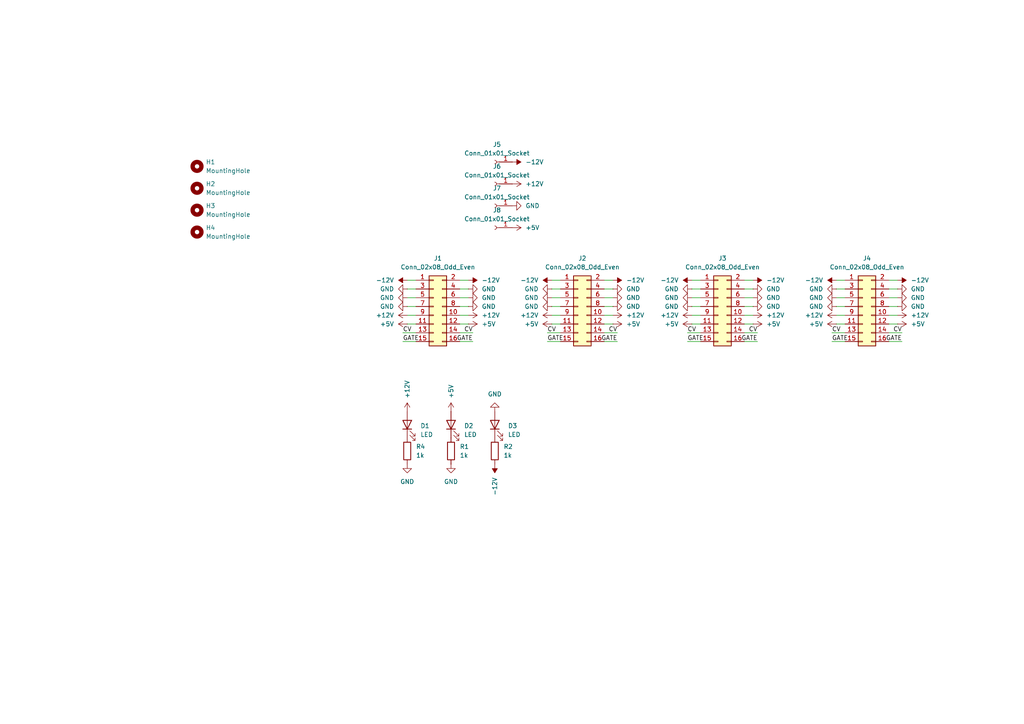
<source format=kicad_sch>
(kicad_sch (version 20250114) (generator "eeschema") (generator_version "9.0")
  (paper "A4")
  (title_block (title "Banana jack bus board"))
  (lib_symbols
    (symbol "Connector:Conn_01x01_Socket" (pin_names (offset 1.016) (hide yes))
      (property "Reference" "J" (at 0 2.54 0))
      (property "Value" "Conn_01x01_Socket" (at 0 -2.54 0))
      (symbol "Conn_01x01_Socket_1_1"
        (polyline (pts (xy -1.27 0) (xy -0.508 0)) (stroke (width 0.1524)))
        (arc (start 0 -0.508) (mid -0.5058 0) (end 0 0.508) (stroke (width 0.1524)))
        (pin passive line (at -5.08 0 0) (length 3.81) (name "Pin_1") (number "1"))
      )
    )
    (symbol "Connector_Generic:Conn_02x08_Odd_Even" (pin_names (offset 1.016) (hide yes))
      (property "Reference" "J" (at 1.27 10.16 0))
      (property "Value" "Conn_02x08_Odd_Even" (at 1.27 -12.7 0))
      (symbol "Conn_02x08_Odd_Even_1_1"
        (rectangle (start -1.27 8.89) (end 3.81 -11.43) (stroke (width 0.254)) (fill (type background)))
        (rectangle (start -1.27 7.747) (end 0 7.493) (stroke (width 0.1524)))
        (rectangle (start -1.27 5.207) (end 0 4.953) (stroke (width 0.1524)))
        (rectangle (start -1.27 2.667) (end 0 2.413) (stroke (width 0.1524)))
        (rectangle (start -1.27 0.127) (end 0 -0.127) (stroke (width 0.1524)))
        (rectangle (start -1.27 -2.413) (end 0 -2.667) (stroke (width 0.1524)))
        (rectangle (start -1.27 -4.953) (end 0 -5.207) (stroke (width 0.1524)))
        (rectangle (start -1.27 -7.493) (end 0 -7.747) (stroke (width 0.1524)))
        (rectangle (start -1.27 -10.033) (end 0 -10.287) (stroke (width 0.1524)))
        (rectangle (start 3.81 7.747) (end 2.54 7.493) (stroke (width 0.1524)))
        (rectangle (start 3.81 5.207) (end 2.54 4.953) (stroke (width 0.1524)))
        (rectangle (start 3.81 2.667) (end 2.54 2.413) (stroke (width 0.1524)))
        (rectangle (start 3.81 0.127) (end 2.54 -0.127) (stroke (width 0.1524)))
        (rectangle (start 3.81 -2.413) (end 2.54 -2.667) (stroke (width 0.1524)))
        (rectangle (start 3.81 -4.953) (end 2.54 -5.207) (stroke (width 0.1524)))
        (rectangle (start 3.81 -7.493) (end 2.54 -7.747) (stroke (width 0.1524)))
        (rectangle (start 3.81 -10.033) (end 2.54 -10.287) (stroke (width 0.1524)))
        (pin passive line (at -5.08 7.62 0) (length 3.81) (name "Pin_1") (number "1"))
        (pin passive line (at -5.08 5.08 0) (length 3.81) (name "Pin_3") (number "3"))
        (pin passive line (at -5.08 2.54 0) (length 3.81) (name "Pin_5") (number "5"))
        (pin passive line (at -5.08 0 0) (length 3.81) (name "Pin_7") (number "7"))
        (pin passive line (at -5.08 -2.54 0) (length 3.81) (name "Pin_9") (number "9"))
        (pin passive line (at -5.08 -5.08 0) (length 3.81) (name "Pin_11") (number "11"))
        (pin passive line (at -5.08 -7.62 0) (length 3.81) (name "Pin_13") (number "13"))
        (pin passive line (at -5.08 -10.16 0) (length 3.81) (name "Pin_15") (number "15"))
        (pin passive line (at 7.62 7.62 180) (length 3.81) (name "Pin_2") (number "2"))
        (pin passive line (at 7.62 5.08 180) (length 3.81) (name "Pin_4") (number "4"))
        (pin passive line (at 7.62 2.54 180) (length 3.81) (name "Pin_6") (number "6"))
        (pin passive line (at 7.62 0 180) (length 3.81) (name "Pin_8") (number "8"))
        (pin passive line (at 7.62 -2.54 180) (length 3.81) (name "Pin_10") (number "10"))
        (pin passive line (at 7.62 -5.08 180) (length 3.81) (name "Pin_12") (number "12"))
        (pin passive line (at 7.62 -7.62 180) (length 3.81) (name "Pin_14") (number "14"))
        (pin passive line (at 7.62 -10.16 180) (length 3.81) (name "Pin_16") (number "16"))
      )
    )
    (symbol "Device:LED" (pin_numbers (hide yes)) (pin_names (offset 1.016) (hide yes))
      (property "Reference" "D" (at 0 2.54 0))
      (property "Value" "LED" (at 0 -2.54 0))
      (symbol "LED_0_1"
        (polyline (pts (xy -3.048 -0.762) (xy -4.572 -2.286) (xy -3.81 -2.286) (xy -4.572 -2.286) (xy -4.572 -1.524)))
        (polyline (pts (xy -1.778 -0.762) (xy -3.302 -2.286) (xy -2.54 -2.286) (xy -3.302 -2.286) (xy -3.302 -1.524)))
        (polyline (pts (xy -1.27 0) (xy 1.27 0)))
        (polyline (pts (xy -1.27 -1.27) (xy -1.27 1.27)) (stroke (width 0.254)))
        (polyline (pts (xy 1.27 -1.27) (xy 1.27 1.27) (xy -1.27 0) (xy 1.27 -1.27)) (stroke (width 0.254)))
      )
      (symbol "LED_1_1"
        (pin passive line (at -3.81 0 0) (length 2.54) (name "K") (number "1"))
        (pin passive line (at 3.81 0 180) (length 2.54) (name "A") (number "2"))
      )
    )
    (symbol "Device:R" (pin_numbers (hide yes)) (pin_names (offset 0))
      (property "Reference" "R" (at 2.032 0 90))
      (property "Value" "R" (at 0 0 90))
      (symbol "R_0_1"
        (rectangle (start -1.016 -2.54) (end 1.016 2.54) (stroke (width 0.254)))
      )
      (symbol "R_1_1"
        (pin passive line (at 0 3.81 270) (length 1.27) (name "~") (number "1"))
        (pin passive line (at 0 -3.81 90) (length 1.27) (name "~") (number "2"))
      )
    )
    (symbol "Mechanical:MountingHole" (pin_names (offset 1.016)) (in_bom no)
      (property "Reference" "H" (at 0 5.08 0))
      (property "Value" "MountingHole" (at 0 3.175 0))
      (symbol "MountingHole_0_1"
        (circle (center 0 0) (radius 1.27) (stroke (width 1.27)))
      )
    )
    (symbol "power:+12V" (power) (pin_numbers (hide yes)) (pin_names (offset 0) (hide yes))
      (property "Value" "+12V" (at 0 3.556 0))
      (symbol "+12V_0_1"
        (polyline (pts (xy -0.762 1.27) (xy 0 2.54)))
        (polyline (pts (xy 0 2.54) (xy 0.762 1.27)))
        (polyline (pts (xy 0 0) (xy 0 2.54)))
      )
      (symbol "+12V_1_1"
        (pin power_in line (at 0 0 90) (length 0) (name "~") (number "1"))
      )
    )
    (symbol "power:+5V" (power) (pin_numbers (hide yes)) (pin_names (offset 0) (hide yes))
      (property "Value" "+5V" (at 0 3.556 0))
      (symbol "+5V_0_1"
        (polyline (pts (xy -0.762 1.27) (xy 0 2.54)))
        (polyline (pts (xy 0 2.54) (xy 0.762 1.27)))
        (polyline (pts (xy 0 0) (xy 0 2.54)))
      )
      (symbol "+5V_1_1"
        (pin power_in line (at 0 0 90) (length 0) (name "~") (number "1"))
      )
    )
    (symbol "power:-12V" (power) (pin_numbers (hide yes)) (pin_names (offset 0) (hide yes))
      (property "Value" "-12V" (at 0 3.556 0))
      (symbol "-12V_0_0"
        (pin power_in line (at 0 0 90) (length 0) (name "~") (number "1"))
      )
      (symbol "-12V_0_1"
        (polyline (pts (xy 0 0) (xy 0 1.27) (xy 0.762 1.27) (xy 0 2.54) (xy -0.762 1.27) (xy 0 1.27)) (fill (type outline)))
      )
    )
    (symbol "power:GND" (power) (pin_numbers (hide yes)) (pin_names (offset 0) (hide yes))
      (property "Value" "GND" (at 0 -3.81 0))
      (symbol "GND_0_1"
        (polyline (pts (xy 0 0) (xy 0 -1.27) (xy 1.27 -1.27) (xy 0 -2.54) (xy -1.27 -1.27) (xy 0 -1.27)))
      )
      (symbol "GND_1_1"
        (pin power_in line (at 0 0 270) (length 0) (name "~") (number "1"))
      )
    )
  )
  (wire (pts (xy 133.35 88.9) (xy 135.89 88.9)))
  (wire (pts (xy 133.35 93.98) (xy 135.89 93.98)))
  (wire (pts (xy 116.84 99.06) (xy 120.65 99.06)))
  (wire (pts (xy 241.3 96.52) (xy 245.11 96.52)))
  (wire (pts (xy 203.2 83.82) (xy 200.66 83.82)))
  (wire (pts (xy 120.65 83.82) (xy 118.11 83.82)))
  (wire (pts (xy 175.26 91.44) (xy 177.8 91.44)))
  (wire (pts (xy 175.26 93.98) (xy 177.8 93.98)))
  (wire (pts (xy 200.66 81.28) (xy 203.2 81.28)))
  (wire (pts (xy 257.81 96.52) (xy 261.62 96.52)))
  (wire (pts (xy 242.57 81.28) (xy 245.11 81.28)))
  (wire (pts (xy 162.56 86.36) (xy 160.02 86.36)))
  (wire (pts (xy 162.56 91.44) (xy 160.02 91.44)))
  (wire (pts (xy 133.35 99.06) (xy 137.16 99.06)))
  (wire (pts (xy 118.11 81.28) (xy 120.65 81.28)))
  (wire (pts (xy 257.81 88.9) (xy 260.35 88.9)))
  (wire (pts (xy 203.2 86.36) (xy 200.66 86.36)))
  (wire (pts (xy 257.81 93.98) (xy 260.35 93.98)))
  (wire (pts (xy 245.11 86.36) (xy 242.57 86.36)))
  (wire (pts (xy 133.35 83.82) (xy 135.89 83.82)))
  (wire (pts (xy 215.9 88.9) (xy 218.44 88.9)))
  (wire (pts (xy 120.65 86.36) (xy 118.11 86.36)))
  (wire (pts (xy 215.9 91.44) (xy 218.44 91.44)))
  (wire (pts (xy 257.81 86.36) (xy 260.35 86.36)))
  (wire (pts (xy 200.66 93.98) (xy 203.2 93.98)))
  (wire (pts (xy 215.9 93.98) (xy 218.44 93.98)))
  (wire (pts (xy 257.81 81.28) (xy 260.35 81.28)))
  (wire (pts (xy 160.02 81.28) (xy 162.56 81.28)))
  (wire (pts (xy 175.26 99.06) (xy 179.07 99.06)))
  (wire (pts (xy 215.9 81.28) (xy 218.44 81.28)))
  (wire (pts (xy 162.56 83.82) (xy 160.02 83.82)))
  (wire (pts (xy 203.2 88.9) (xy 200.66 88.9)))
  (wire (pts (xy 175.26 83.82) (xy 177.8 83.82)))
  (wire (pts (xy 215.9 86.36) (xy 218.44 86.36)))
  (wire (pts (xy 245.11 83.82) (xy 242.57 83.82)))
  (wire (pts (xy 257.81 83.82) (xy 260.35 83.82)))
  (wire (pts (xy 116.84 96.52) (xy 120.65 96.52)))
  (wire (pts (xy 118.11 93.98) (xy 120.65 93.98)))
  (wire (pts (xy 175.26 88.9) (xy 177.8 88.9)))
  (wire (pts (xy 215.9 99.06) (xy 219.71 99.06)))
  (wire (pts (xy 162.56 88.9) (xy 160.02 88.9)))
  (wire (pts (xy 203.2 91.44) (xy 200.66 91.44)))
  (wire (pts (xy 215.9 83.82) (xy 218.44 83.82)))
  (wire (pts (xy 158.75 99.06) (xy 162.56 99.06)))
  (wire (pts (xy 120.65 88.9) (xy 118.11 88.9)))
  (wire (pts (xy 133.35 81.28) (xy 135.89 81.28)))
  (wire (pts (xy 175.26 81.28) (xy 177.8 81.28)))
  (wire (pts (xy 133.35 86.36) (xy 135.89 86.36)))
  (wire (pts (xy 199.39 96.52) (xy 203.2 96.52)))
  (wire (pts (xy 199.39 99.06) (xy 203.2 99.06)))
  (wire (pts (xy 245.11 88.9) (xy 242.57 88.9)))
  (wire (pts (xy 257.81 91.44) (xy 260.35 91.44)))
  (wire (pts (xy 133.35 96.52) (xy 137.16 96.52)))
  (wire (pts (xy 175.26 96.52) (xy 179.07 96.52)))
  (wire (pts (xy 215.9 96.52) (xy 219.71 96.52)))
  (wire (pts (xy 160.02 93.98) (xy 162.56 93.98)))
  (wire (pts (xy 242.57 93.98) (xy 245.11 93.98)))
  (wire (pts (xy 241.3 99.06) (xy 245.11 99.06)))
  (wire (pts (xy 133.35 91.44) (xy 135.89 91.44)))
  (wire (pts (xy 175.26 86.36) (xy 177.8 86.36)))
  (wire (pts (xy 257.81 99.06) (xy 261.62 99.06)))
  (wire (pts (xy 158.75 96.52) (xy 162.56 96.52)))
  (wire (pts (xy 120.65 91.44) (xy 118.11 91.44)))
  (wire (pts (xy 245.11 91.44) (xy 242.57 91.44)))
  (label "CV" (at 116.84 96.52 0))
  (label "GATE" (at 219.71 99.06 180))
  (label "GATE" (at 158.75 99.06 0))
  (label "CV" (at 179.07 96.52 180))
  (label "CV" (at 261.62 96.52 180))
  (label "GATE" (at 116.84 99.06 0))
  (label "GATE" (at 261.62 99.06 180))
  (label "GATE" (at 137.16 99.06 180))
  (label "GATE" (at 241.3 99.06 0))
  (label "CV" (at 158.75 96.52 0))
  (label "CV" (at 137.16 96.52 180))
  (label "CV" (at 199.39 96.52 0))
  (label "CV" (at 219.71 96.52 180))
  (label "GATE" (at 199.39 99.06 0))
  (label "GATE" (at 179.07 99.06 180))
  (label "CV" (at 241.3 96.52 0))
  (symbol (lib_id "Device:LED") (at 130.81 123.19 90) (unit 1)
    (property "Reference" "D2" (at 134.62 123.5074 90) (effects (justify right)))
    (property "Value" "LED" (at 134.62 126.0474 90) (effects (justify right)))
    (property "Footprint" "LED_SMD:LED_0805_2012Metric_Pad1.15x1.40mm_HandSolder" (effects (hide yes)))
    (property "Description" "Light emitting diode" (effects (hide yes)))
    (property "Sim.Pins" "1=K 2=A" (effects (hide yes)))
  )
  (symbol (lib_id "power:GND") (at 242.57 83.82 270) (unit 1)
    (property "Reference" "#PWR044" (effects (hide yes)))
    (property "Value" "GND" (at 238.76 83.8201 90) (effects (justify right)))
    (property "Description" "Power symbol creates a global label with name \"GND\" , ground" (effects (hide yes)))
  )
  (symbol (lib_id "power:GND") (at 260.35 88.9 90) (unit 1)
    (property "Reference" "#PWR052" (effects (hide yes)))
    (property "Value" "GND" (at 264.16 88.8999 90) (effects (justify right)))
    (property "Description" "Power symbol creates a global label with name \"GND\" , ground" (effects (hide yes)))
  )
  (symbol (lib_id "power:GND") (at 218.44 83.82 90) (unit 1)
    (property "Reference" "#PWR038" (effects (hide yes)))
    (property "Value" "GND" (at 222.25 83.8199 90) (effects (justify right)))
    (property "Description" "Power symbol creates a global label with name \"GND\" , ground" (effects (hide yes)))
  )
  (symbol (lib_id "Mechanical:MountingHole") (at 57.15 67.31 0) (unit 1) (in_bom no)
    (property "Reference" "H4" (at 59.69 66.0399 0) (effects (justify left)))
    (property "Value" "MountingHole" (at 59.69 68.5799 0) (effects (justify left)))
    (property "Footprint" "Hole:MountingHole_3.2mm_M3_Pad" (effects (hide yes)))
    (property "Description" "Mounting Hole without connection" (effects (hide yes)))
  )
  (symbol (lib_id "power:+5V") (at 242.57 93.98 90) (unit 1)
    (property "Reference" "#PWR048" (effects (hide yes)))
    (property "Value" "+5V" (at 238.76 93.9801 90) (effects (justify left)))
    (property "Description" "Power symbol creates a global label with name \"+5V\"" (effects (hide yes)))
  )
  (symbol (lib_id "Device:R") (at 130.81 130.81 0) (unit 1)
    (property "Reference" "R1" (at 133.35 129.5399 0) (effects (justify left)))
    (property "Value" "1k" (at 133.35 132.0799 0) (effects (justify left)))
    (property "Footprint" "Resistor_SMD:R_0603_1608Metric_Pad0.98x0.95mm_HandSolder" (effects (hide yes)))
    (property "Description" "Resistor" (effects (hide yes)))
  )
  (symbol (lib_id "power:+5V") (at 135.89 93.98 270) (unit 1)
    (property "Reference" "#PWR012" (effects (hide yes)))
    (property "Value" "+5V" (at 139.7 93.9799 90) (effects (justify left)))
    (property "Description" "Power symbol creates a global label with name \"+5V\"" (effects (hide yes)))
  )
  (symbol (lib_id "power:GND") (at 135.89 86.36 90) (unit 1)
    (property "Reference" "#PWR04" (effects (hide yes)))
    (property "Value" "GND" (at 139.7 86.3599 90) (effects (justify right)))
    (property "Description" "Power symbol creates a global label with name \"GND\" , ground" (effects (hide yes)))
  )
  (symbol (lib_id "power:GND") (at 260.35 83.82 90) (unit 1)
    (property "Reference" "#PWR050" (effects (hide yes)))
    (property "Value" "GND" (at 264.16 83.8199 90) (effects (justify right)))
    (property "Description" "Power symbol creates a global label with name \"GND\" , ground" (effects (hide yes)))
  )
  (symbol (lib_id "power:+12V") (at 200.66 91.44 90) (unit 1)
    (property "Reference" "#PWR035" (effects (hide yes)))
    (property "Value" "+12V" (at 196.85 91.4401 90) (effects (justify left)))
    (property "Description" "Power symbol creates a global label with name \"+12V\"" (effects (hide yes)))
  )
  (symbol (lib_id "Connector:Conn_01x01_Socket") (at 143.51 46.99 180) (unit 1)
    (property "Reference" "J5" (at 144.145 41.91 0))
    (property "Value" "Conn_01x01_Socket" (at 144.145 44.45 0))
    (property "Footprint" "Eurorack:Multicomp Banana jack" (effects (hide yes)))
    (property "Description" "Generic connector, single row, 01x01, script generated" (effects (hide yes)))
  )
  (symbol (lib_id "power:+12V") (at 148.59 53.34 270) (unit 1)
    (property "Reference" "#PWR057" (effects (hide yes)))
    (property "Value" "+12V" (at 152.4 53.3399 90) (effects (justify left)))
    (property "Description" "Power symbol creates a global label with name \"+12V\"" (effects (hide yes)))
  )
  (symbol (lib_id "power:+5V") (at 118.11 93.98 90) (unit 1)
    (property "Reference" "#PWR011" (effects (hide yes)))
    (property "Value" "+5V" (at 114.3 93.9801 90) (effects (justify left)))
    (property "Description" "Power symbol creates a global label with name \"+5V\"" (effects (hide yes)))
  )
  (symbol (lib_id "Device:R") (at 118.11 130.81 0) (unit 1)
    (property "Reference" "R4" (at 120.65 129.5399 0) (effects (justify left)))
    (property "Value" "1k" (at 120.65 132.0799 0) (effects (justify left)))
    (property "Footprint" "Resistor_SMD:R_0603_1608Metric_Pad0.98x0.95mm_HandSolder" (effects (hide yes)))
    (property "Description" "Resistor" (effects (hide yes)))
  )
  (symbol (lib_id "power:-12V") (at 118.11 81.28 90) (unit 1)
    (property "Reference" "#PWR01" (effects (hide yes)))
    (property "Value" "-12V" (at 114.3 81.2801 90) (effects (justify left)))
    (property "Description" "Power symbol creates a global label with name \"-12V\"" (effects (hide yes)))
  )
  (symbol (lib_id "power:GND") (at 177.8 83.82 90) (unit 1)
    (property "Reference" "#PWR026" (effects (hide yes)))
    (property "Value" "GND" (at 181.61 83.8199 90) (effects (justify right)))
    (property "Description" "Power symbol creates a global label with name \"GND\" , ground" (effects (hide yes)))
  )
  (symbol (lib_id "power:-12V") (at 135.89 81.28 270) (unit 1)
    (property "Reference" "#PWR02" (effects (hide yes)))
    (property "Value" "-12V" (at 139.7 81.2799 90) (effects (justify left)))
    (property "Description" "Power symbol creates a global label with name \"-12V\"" (effects (hide yes)))
  )
  (symbol (lib_id "power:GND") (at 130.81 134.62 0) (unit 1)
    (property "Reference" "#PWR016" (effects (hide yes)))
    (property "Value" "GND" (at 130.81 139.7 0))
    (property "Description" "Power symbol creates a global label with name \"GND\" , ground" (effects (hide yes)))
  )
  (symbol (lib_id "power:GND") (at 218.44 88.9 90) (unit 1)
    (property "Reference" "#PWR040" (effects (hide yes)))
    (property "Value" "GND" (at 222.25 88.8999 90) (effects (justify right)))
    (property "Description" "Power symbol creates a global label with name \"GND\" , ground" (effects (hide yes)))
  )
  (symbol (lib_id "power:GND") (at 160.02 88.9 270) (unit 1)
    (property "Reference" "#PWR022" (effects (hide yes)))
    (property "Value" "GND" (at 156.21 88.9001 90) (effects (justify right)))
    (property "Description" "Power symbol creates a global label with name \"GND\" , ground" (effects (hide yes)))
  )
  (symbol (lib_id "power:+5V") (at 177.8 93.98 270) (unit 1)
    (property "Reference" "#PWR030" (effects (hide yes)))
    (property "Value" "+5V" (at 181.61 93.9799 90) (effects (justify left)))
    (property "Description" "Power symbol creates a global label with name \"+5V\"" (effects (hide yes)))
  )
  (symbol (lib_id "Mechanical:MountingHole") (at 57.15 54.61 0) (unit 1) (in_bom no)
    (property "Reference" "H2" (at 59.69 53.3399 0) (effects (justify left)))
    (property "Value" "MountingHole" (at 59.69 55.8799 0) (effects (justify left)))
    (property "Footprint" "Hole:MountingHole_3.2mm_M3_Pad" (effects (hide yes)))
    (property "Description" "Mounting Hole without connection" (effects (hide yes)))
  )
  (symbol (lib_id "power:+12V") (at 242.57 91.44 90) (unit 1)
    (property "Reference" "#PWR047" (effects (hide yes)))
    (property "Value" "+12V" (at 238.76 91.4401 90) (effects (justify left)))
    (property "Description" "Power symbol creates a global label with name \"+12V\"" (effects (hide yes)))
  )
  (symbol (lib_id "Connector:Conn_01x01_Socket") (at 143.51 66.04 180) (unit 1)
    (property "Reference" "J8" (at 144.145 60.96 0))
    (property "Value" "Conn_01x01_Socket" (at 144.145 63.5 0))
    (property "Footprint" "Eurorack:Multicomp Banana jack" (effects (hide yes)))
    (property "Description" "Generic connector, single row, 01x01, script generated" (effects (hide yes)))
  )
  (symbol (lib_id "Connector_Generic:Conn_02x08_Odd_Even") (at 250.19 88.9 0) (unit 1)
    (property "Reference" "J4" (at 251.46 74.93 0))
    (property "Value" "Conn_02x08_Odd_Even" (at 251.46 77.47 0))
    (property "Footprint" "Eurorack:IDC-Header_2x08_P2.54mm_Vertical" (effects (hide yes)))
    (property "Description" "Generic connector, double row, 02x08, odd/even pin numbering scheme (row 1 odd numbers, row 2 even numbers), script generated (kicad-library-utils/schlib/autogen/connector/)" (effects (hide yes)))
  )
  (symbol (lib_id "Connector:Conn_01x01_Socket") (at 143.51 53.34 180) (unit 1)
    (property "Reference" "J6" (at 144.145 48.26 0))
    (property "Value" "Conn_01x01_Socket" (at 144.145 50.8 0))
    (property "Footprint" "Eurorack:Multicomp Banana jack" (effects (hide yes)))
    (property "Description" "Generic connector, single row, 01x01, script generated" (effects (hide yes)))
  )
  (symbol (lib_id "power:-12V") (at 260.35 81.28 270) (unit 1)
    (property "Reference" "#PWR049" (effects (hide yes)))
    (property "Value" "-12V" (at 264.16 81.2799 90) (effects (justify left)))
    (property "Description" "Power symbol creates a global label with name \"-12V\"" (effects (hide yes)))
  )
  (symbol (lib_id "power:+5V") (at 130.81 119.38 0) (unit 1)
    (property "Reference" "#PWR015" (effects (hide yes)))
    (property "Value" "+5V" (at 130.8099 115.57 90) (effects (justify left)))
    (property "Description" "Power symbol creates a global label with name \"+5V\"" (effects (hide yes)))
  )
  (symbol (lib_id "power:+12V") (at 118.11 119.38 0) (unit 1)
    (property "Reference" "#PWR014" (effects (hide yes)))
    (property "Value" "+12V" (at 118.1099 115.57 90) (effects (justify left)))
    (property "Description" "Power symbol creates a global label with name \"+12V\"" (effects (hide yes)))
  )
  (symbol (lib_id "power:-12V") (at 177.8 81.28 270) (unit 1)
    (property "Reference" "#PWR025" (effects (hide yes)))
    (property "Value" "-12V" (at 181.61 81.2799 90) (effects (justify left)))
    (property "Description" "Power symbol creates a global label with name \"-12V\"" (effects (hide yes)))
  )
  (symbol (lib_id "Connector:Conn_01x01_Socket") (at 143.51 59.69 180) (unit 1)
    (property "Reference" "J7" (at 144.145 54.61 0))
    (property "Value" "Conn_01x01_Socket" (at 144.145 57.15 0))
    (property "Footprint" "Eurorack:Multicomp Banana jack" (effects (hide yes)))
    (property "Description" "Generic connector, single row, 01x01, script generated" (effects (hide yes)))
  )
  (symbol (lib_id "power:GND") (at 200.66 88.9 270) (unit 1)
    (property "Reference" "#PWR034" (effects (hide yes)))
    (property "Value" "GND" (at 196.85 88.9001 90) (effects (justify right)))
    (property "Description" "Power symbol creates a global label with name \"GND\" , ground" (effects (hide yes)))
  )
  (symbol (lib_id "Connector_Generic:Conn_02x08_Odd_Even") (at 125.73 88.9 0) (unit 1)
    (property "Reference" "J1" (at 127 74.93 0))
    (property "Value" "Conn_02x08_Odd_Even" (at 127 77.47 0))
    (property "Footprint" "Eurorack:IDC-Header_2x08_P2.54mm_Vertical" (effects (hide yes)))
    (property "Description" "Generic connector, double row, 02x08, odd/even pin numbering scheme (row 1 odd numbers, row 2 even numbers), script generated (kicad-library-utils/schlib/autogen/connector/)" (effects (hide yes)))
  )
  (symbol (lib_id "power:-12V") (at 143.51 134.62 180) (unit 1)
    (property "Reference" "#PWR017" (effects (hide yes)))
    (property "Value" "-12V" (at 143.5101 138.43 90) (effects (justify left)))
    (property "Description" "Power symbol creates a global label with name \"-12V\"" (effects (hide yes)))
  )
  (symbol (lib_id "power:GND") (at 160.02 83.82 270) (unit 1)
    (property "Reference" "#PWR020" (effects (hide yes)))
    (property "Value" "GND" (at 156.21 83.8201 90) (effects (justify right)))
    (property "Description" "Power symbol creates a global label with name \"GND\" , ground" (effects (hide yes)))
  )
  (symbol (lib_id "power:GND") (at 260.35 86.36 90) (unit 1)
    (property "Reference" "#PWR051" (effects (hide yes)))
    (property "Value" "GND" (at 264.16 86.3599 90) (effects (justify right)))
    (property "Description" "Power symbol creates a global label with name \"GND\" , ground" (effects (hide yes)))
  )
  (symbol (lib_id "power:GND") (at 177.8 88.9 90) (unit 1)
    (property "Reference" "#PWR028" (effects (hide yes)))
    (property "Value" "GND" (at 181.61 88.8999 90) (effects (justify right)))
    (property "Description" "Power symbol creates a global label with name \"GND\" , ground" (effects (hide yes)))
  )
  (symbol (lib_id "power:+5V") (at 218.44 93.98 270) (unit 1)
    (property "Reference" "#PWR042" (effects (hide yes)))
    (property "Value" "+5V" (at 222.25 93.9799 90) (effects (justify left)))
    (property "Description" "Power symbol creates a global label with name \"+5V\"" (effects (hide yes)))
  )
  (symbol (lib_id "Connector_Generic:Conn_02x08_Odd_Even") (at 167.64 88.9 0) (unit 1)
    (property "Reference" "J2" (at 168.91 74.93 0))
    (property "Value" "Conn_02x08_Odd_Even" (at 168.91 77.47 0))
    (property "Footprint" "Eurorack:IDC-Header_2x08_P2.54mm_Vertical" (effects (hide yes)))
    (property "Description" "Generic connector, double row, 02x08, odd/even pin numbering scheme (row 1 odd numbers, row 2 even numbers), script generated (kicad-library-utils/schlib/autogen/connector/)" (effects (hide yes)))
  )
  (symbol (lib_id "power:+5V") (at 148.59 66.04 270) (unit 1)
    (property "Reference" "#PWR058" (effects (hide yes)))
    (property "Value" "+5V" (at 152.4 66.0399 90) (effects (justify left)))
    (property "Description" "Power symbol creates a global label with name \"+5V\"" (effects (hide yes)))
  )
  (symbol (lib_id "power:GND") (at 143.51 119.38 180) (unit 1)
    (property "Reference" "#PWR018" (effects (hide yes)))
    (property "Value" "GND" (at 143.51 114.3 0))
    (property "Description" "Power symbol creates a global label with name \"GND\" , ground" (effects (hide yes)))
  )
  (symbol (lib_id "power:-12V") (at 148.59 46.99 270) (unit 1)
    (property "Reference" "#PWR055" (effects (hide yes)))
    (property "Value" "-12V" (at 152.4 46.9899 90) (effects (justify left)))
    (property "Description" "Power symbol creates a global label with name \"-12V\"" (effects (hide yes)))
  )
  (symbol (lib_id "power:+12V") (at 218.44 91.44 270) (unit 1)
    (property "Reference" "#PWR041" (effects (hide yes)))
    (property "Value" "+12V" (at 222.25 91.4399 90) (effects (justify left)))
    (property "Description" "Power symbol creates a global label with name \"+12V\"" (effects (hide yes)))
  )
  (symbol (lib_id "power:GND") (at 218.44 86.36 90) (unit 1)
    (property "Reference" "#PWR039" (effects (hide yes)))
    (property "Value" "GND" (at 222.25 86.3599 90) (effects (justify right)))
    (property "Description" "Power symbol creates a global label with name \"GND\" , ground" (effects (hide yes)))
  )
  (symbol (lib_id "power:GND") (at 118.11 83.82 270) (unit 1)
    (property "Reference" "#PWR06" (effects (hide yes)))
    (property "Value" "GND" (at 114.3 83.8201 90) (effects (justify right)))
    (property "Description" "Power symbol creates a global label with name \"GND\" , ground" (effects (hide yes)))
  )
  (symbol (lib_id "power:GND") (at 118.11 134.62 0) (unit 1)
    (property "Reference" "#PWR013" (effects (hide yes)))
    (property "Value" "GND" (at 118.11 139.7 0))
    (property "Description" "Power symbol creates a global label with name \"GND\" , ground" (effects (hide yes)))
  )
  (symbol (lib_id "Connector_Generic:Conn_02x08_Odd_Even") (at 208.28 88.9 0) (unit 1)
    (property "Reference" "J3" (at 209.55 74.93 0))
    (property "Value" "Conn_02x08_Odd_Even" (at 209.55 77.47 0))
    (property "Footprint" "Eurorack:IDC-Header_2x08_P2.54mm_Vertical" (effects (hide yes)))
    (property "Description" "Generic connector, double row, 02x08, odd/even pin numbering scheme (row 1 odd numbers, row 2 even numbers), script generated (kicad-library-utils/schlib/autogen/connector/)" (effects (hide yes)))
  )
  (symbol (lib_id "Device:LED") (at 118.11 123.19 90) (unit 1)
    (property "Reference" "D1" (at 121.92 123.5074 90) (effects (justify right)))
    (property "Value" "LED" (at 121.92 126.0474 90) (effects (justify right)))
    (property "Footprint" "LED_SMD:LED_0805_2012Metric_Pad1.15x1.40mm_HandSolder" (effects (hide yes)))
    (property "Description" "Light emitting diode" (effects (hide yes)))
    (property "Sim.Pins" "1=K 2=A" (effects (hide yes)))
  )
  (symbol (lib_id "power:+5V") (at 200.66 93.98 90) (unit 1)
    (property "Reference" "#PWR036" (effects (hide yes)))
    (property "Value" "+5V" (at 196.85 93.9801 90) (effects (justify left)))
    (property "Description" "Power symbol creates a global label with name \"+5V\"" (effects (hide yes)))
  )
  (symbol (lib_id "Device:LED") (at 143.51 123.19 90) (unit 1)
    (property "Reference" "D3" (at 147.32 123.5074 90) (effects (justify right)))
    (property "Value" "LED" (at 147.32 126.0474 90) (effects (justify right)))
    (property "Footprint" "LED_SMD:LED_0805_2012Metric_Pad1.15x1.40mm_HandSolder" (effects (hide yes)))
    (property "Description" "Light emitting diode" (effects (hide yes)))
    (property "Sim.Pins" "1=K 2=A" (effects (hide yes)))
  )
  (symbol (lib_id "Mechanical:MountingHole") (at 57.15 60.96 0) (unit 1) (in_bom no)
    (property "Reference" "H3" (at 59.69 59.6899 0) (effects (justify left)))
    (property "Value" "MountingHole" (at 59.69 62.2299 0) (effects (justify left)))
    (property "Footprint" "Hole:MountingHole_3.2mm_M3_Pad" (effects (hide yes)))
    (property "Description" "Mounting Hole without connection" (effects (hide yes)))
  )
  (symbol (lib_id "power:GND") (at 118.11 86.36 270) (unit 1)
    (property "Reference" "#PWR07" (effects (hide yes)))
    (property "Value" "GND" (at 114.3 86.3601 90) (effects (justify right)))
    (property "Description" "Power symbol creates a global label with name \"GND\" , ground" (effects (hide yes)))
  )
  (symbol (lib_id "power:GND") (at 148.59 59.69 90) (unit 1)
    (property "Reference" "#PWR056" (effects (hide yes)))
    (property "Value" "GND" (at 152.4 59.6899 90) (effects (justify right)))
    (property "Description" "Power symbol creates a global label with name \"GND\" , ground" (effects (hide yes)))
  )
  (symbol (lib_id "power:GND") (at 242.57 88.9 270) (unit 1)
    (property "Reference" "#PWR046" (effects (hide yes)))
    (property "Value" "GND" (at 238.76 88.9001 90) (effects (justify right)))
    (property "Description" "Power symbol creates a global label with name \"GND\" , ground" (effects (hide yes)))
  )
  (symbol (lib_id "power:+5V") (at 160.02 93.98 90) (unit 1)
    (property "Reference" "#PWR024" (effects (hide yes)))
    (property "Value" "+5V" (at 156.21 93.9801 90) (effects (justify left)))
    (property "Description" "Power symbol creates a global label with name \"+5V\"" (effects (hide yes)))
  )
  (symbol (lib_id "Device:R") (at 143.51 130.81 0) (unit 1)
    (property "Reference" "R2" (at 146.05 129.5399 0) (effects (justify left)))
    (property "Value" "1k" (at 146.05 132.0799 0) (effects (justify left)))
    (property "Footprint" "Resistor_SMD:R_0603_1608Metric_Pad0.98x0.95mm_HandSolder" (effects (hide yes)))
    (property "Description" "Resistor" (effects (hide yes)))
  )
  (symbol (lib_id "power:-12V") (at 160.02 81.28 90) (unit 1)
    (property "Reference" "#PWR019" (effects (hide yes)))
    (property "Value" "-12V" (at 156.21 81.2801 90) (effects (justify left)))
    (property "Description" "Power symbol creates a global label with name \"-12V\"" (effects (hide yes)))
  )
  (symbol (lib_id "power:GND") (at 118.11 88.9 270) (unit 1)
    (property "Reference" "#PWR08" (effects (hide yes)))
    (property "Value" "GND" (at 114.3 88.9001 90) (effects (justify right)))
    (property "Description" "Power symbol creates a global label with name \"GND\" , ground" (effects (hide yes)))
  )
  (symbol (lib_id "power:GND") (at 160.02 86.36 270) (unit 1)
    (property "Reference" "#PWR021" (effects (hide yes)))
    (property "Value" "GND" (at 156.21 86.3601 90) (effects (justify right)))
    (property "Description" "Power symbol creates a global label with name \"GND\" , ground" (effects (hide yes)))
  )
  (symbol (lib_id "power:GND") (at 135.89 88.9 90) (unit 1)
    (property "Reference" "#PWR05" (effects (hide yes)))
    (property "Value" "GND" (at 139.7 88.8999 90) (effects (justify right)))
    (property "Description" "Power symbol creates a global label with name \"GND\" , ground" (effects (hide yes)))
  )
  (symbol (lib_id "power:GND") (at 177.8 86.36 90) (unit 1)
    (property "Reference" "#PWR027" (effects (hide yes)))
    (property "Value" "GND" (at 181.61 86.3599 90) (effects (justify right)))
    (property "Description" "Power symbol creates a global label with name \"GND\" , ground" (effects (hide yes)))
  )
  (symbol (lib_id "power:+12V") (at 260.35 91.44 270) (unit 1)
    (property "Reference" "#PWR053" (effects (hide yes)))
    (property "Value" "+12V" (at 264.16 91.4399 90) (effects (justify left)))
    (property "Description" "Power symbol creates a global label with name \"+12V\"" (effects (hide yes)))
  )
  (symbol (lib_id "power:+5V") (at 260.35 93.98 270) (unit 1)
    (property "Reference" "#PWR054" (effects (hide yes)))
    (property "Value" "+5V" (at 264.16 93.9799 90) (effects (justify left)))
    (property "Description" "Power symbol creates a global label with name \"+5V\"" (effects (hide yes)))
  )
  (symbol (lib_id "power:+12V") (at 160.02 91.44 90) (unit 1)
    (property "Reference" "#PWR023" (effects (hide yes)))
    (property "Value" "+12V" (at 156.21 91.4401 90) (effects (justify left)))
    (property "Description" "Power symbol creates a global label with name \"+12V\"" (effects (hide yes)))
  )
  (symbol (lib_id "Mechanical:MountingHole") (at 57.15 48.26 0) (unit 1) (in_bom no)
    (property "Reference" "H1" (at 59.69 46.9899 0) (effects (justify left)))
    (property "Value" "MountingHole" (at 59.69 49.5299 0) (effects (justify left)))
    (property "Footprint" "Hole:MountingHole_3.2mm_M3_Pad" (effects (hide yes)))
    (property "Description" "Mounting Hole without connection" (effects (hide yes)))
  )
  (symbol (lib_id "power:GND") (at 135.89 83.82 90) (unit 1)
    (property "Reference" "#PWR03" (effects (hide yes)))
    (property "Value" "GND" (at 139.7 83.8199 90) (effects (justify right)))
    (property "Description" "Power symbol creates a global label with name \"GND\" , ground" (effects (hide yes)))
  )
  (symbol (lib_id "power:GND") (at 200.66 83.82 270) (unit 1)
    (property "Reference" "#PWR032" (effects (hide yes)))
    (property "Value" "GND" (at 196.85 83.8201 90) (effects (justify right)))
    (property "Description" "Power symbol creates a global label with name \"GND\" , ground" (effects (hide yes)))
  )
  (symbol (lib_id "power:GND") (at 200.66 86.36 270) (unit 1)
    (property "Reference" "#PWR033" (effects (hide yes)))
    (property "Value" "GND" (at 196.85 86.3601 90) (effects (justify right)))
    (property "Description" "Power symbol creates a global label with name \"GND\" , ground" (effects (hide yes)))
  )
  (symbol (lib_id "power:-12V") (at 218.44 81.28 270) (unit 1)
    (property "Reference" "#PWR037" (effects (hide yes)))
    (property "Value" "-12V" (at 222.25 81.2799 90) (effects (justify left)))
    (property "Description" "Power symbol creates a global label with name \"-12V\"" (effects (hide yes)))
  )
  (symbol (lib_id "power:+12V") (at 177.8 91.44 270) (unit 1)
    (property "Reference" "#PWR029" (effects (hide yes)))
    (property "Value" "+12V" (at 181.61 91.4399 90) (effects (justify left)))
    (property "Description" "Power symbol creates a global label with name \"+12V\"" (effects (hide yes)))
  )
  (symbol (lib_id "power:+12V") (at 135.89 91.44 270) (unit 1)
    (property "Reference" "#PWR09" (effects (hide yes)))
    (property "Value" "+12V" (at 139.7 91.4399 90) (effects (justify left)))
    (property "Description" "Power symbol creates a global label with name \"+12V\"" (effects (hide yes)))
  )
  (symbol (lib_id "power:-12V") (at 242.57 81.28 90) (unit 1)
    (property "Reference" "#PWR043" (effects (hide yes)))
    (property "Value" "-12V" (at 238.76 81.2801 90) (effects (justify left)))
    (property "Description" "Power symbol creates a global label with name \"-12V\"" (effects (hide yes)))
  )
  (symbol (lib_id "power:+12V") (at 118.11 91.44 90) (unit 1)
    (property "Reference" "#PWR010" (effects (hide yes)))
    (property "Value" "+12V" (at 114.3 91.4401 90) (effects (justify left)))
    (property "Description" "Power symbol creates a global label with name \"+12V\"" (effects (hide yes)))
  )
  (symbol (lib_id "power:-12V") (at 200.66 81.28 90) (unit 1)
    (property "Reference" "#PWR031" (effects (hide yes)))
    (property "Value" "-12V" (at 196.85 81.2801 90) (effects (justify left)))
    (property "Description" "Power symbol creates a global label with name \"-12V\"" (effects (hide yes)))
  )
  (symbol (lib_id "power:GND") (at 242.57 86.36 270) (unit 1)
    (property "Reference" "#PWR045" (effects (hide yes)))
    (property "Value" "GND" (at 238.76 86.3601 90) (effects (justify right)))
    (property "Description" "Power symbol creates a global label with name \"GND\" , ground" (effects (hide yes)))
  )
)
</source>
